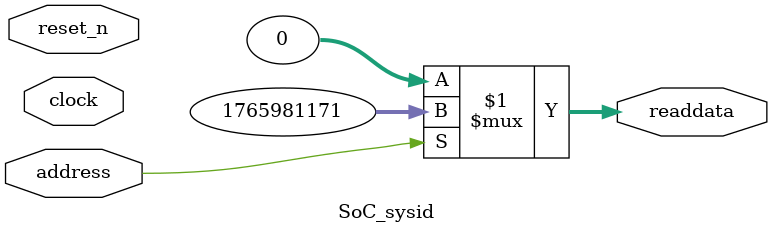
<source format=v>

`timescale 1ns / 1ps
// synthesis translate_on

// turn off superfluous verilog processor warnings 
// altera message_level Level1 
// altera message_off 10034 10035 10036 10037 10230 10240 10030 

module SoC_sysid (
               // inputs:
                address,
                clock,
                reset_n,

               // outputs:
                readdata
             )
;

  output  [ 31: 0] readdata;
  input            address;
  input            clock;
  input            reset_n;

  wire    [ 31: 0] readdata;
  //control_slave, which is an e_avalon_slave
  assign readdata = address ? 1765981171 : 0;

endmodule




</source>
